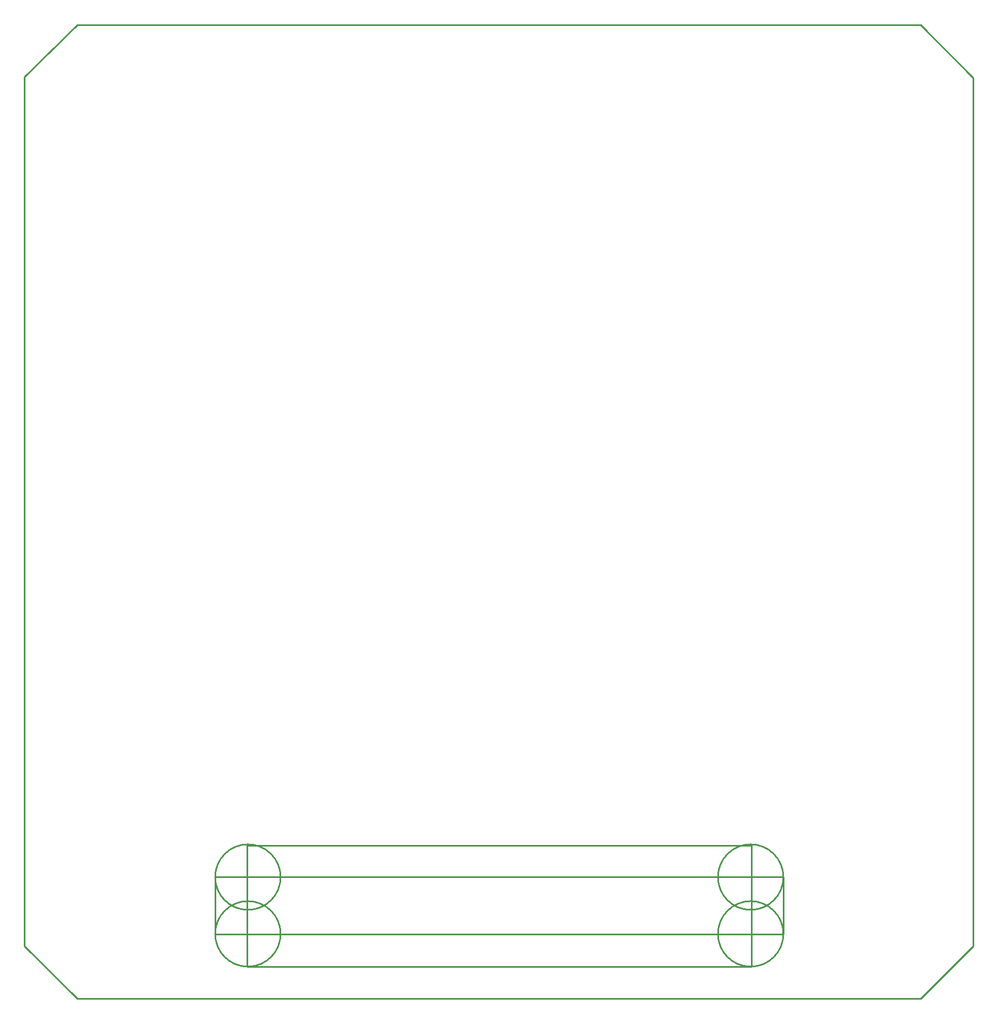
<source format=gko>
G04 Layer: BoardOutlineLayer*
G04 EasyEDA v6.5.29, 2023-07-24 16:36:01*
G04 a67172d6d4c449c092c22cdc1d0531fc,5a6b42c53f6a479593ecc07194224c93,10*
G04 Gerber Generator version 0.2*
G04 Scale: 100 percent, Rotated: No, Reflected: No *
G04 Dimensions in millimeters *
G04 leading zeros omitted , absolute positions ,4 integer and 5 decimal *
%FSLAX45Y45*%
%MOMM*%

%ADD10C,0.2540*%
D10*
X-2413012Y-4318002D02*
G01*
X-3238512Y-3492502D01*
X-3238512Y10109197D01*
X11620487Y10096497D02*
G01*
X11620487Y-3492502D01*
X10794987Y-4318002D01*
X-2413012Y10921997D02*
G01*
X10794987Y10921997D01*
X10794987Y10921997D02*
G01*
X11620487Y10096497D01*
X-3238512Y10111485D02*
G01*
X-2413012Y10921997D01*
X10794987Y-4318002D02*
G01*
X-2413012Y-4318002D01*
G75*
G01*
X7619987Y-2413003D02*
G02*
X8645388Y-2413003I512701J0D01*
G75*
G01*
X8645388Y-2413003D02*
G02*
X7619987Y-2413003I-512700J0D01*
X7619987Y-2413002D02*
G01*
X7619987Y-2413002D01*
G75*
G01*
X7619987Y-3302003D02*
G02*
X8645388Y-3302003I512701J0D01*
G75*
G01*
X8645388Y-3302003D02*
G02*
X7619987Y-3302003I-512700J0D01*
X7619987Y-3302002D02*
G01*
X7619987Y-3302002D01*
X-254314Y-2407503D02*
G01*
X-254314Y-3307504D01*
X-254314Y-3307504D02*
G01*
X8645685Y-3307504D01*
X8645685Y-3307504D02*
G01*
X8645685Y-2407503D01*
X8645685Y-2407503D02*
G01*
X-254314Y-2407503D01*
X249161Y-1917702D02*
G01*
X249161Y-3817701D01*
X249161Y-3817701D02*
G01*
X8149160Y-3817701D01*
X8149160Y-3817701D02*
G01*
X8149160Y-1917702D01*
X8149160Y-1917702D02*
G01*
X249161Y-1917702D01*
G75*
G01*
X-254013Y-2413003D02*
G02*
X771385Y-2413003I512699J0D01*
G75*
G01*
X771385Y-2413003D02*
G02*
X-254013Y-2413003I-512699J0D01*
X-254012Y-2413002D02*
G01*
X-254012Y-2413002D01*
G75*
G01*
X-254013Y-3302003D02*
G02*
X771388Y-3302003I512701J0D01*
G75*
G01*
X771388Y-3302003D02*
G02*
X-254013Y-3302003I-512700J0D01*
X-254012Y-3302002D02*
G01*
X-254012Y-3302002D01*

%LPD*%
M02*

</source>
